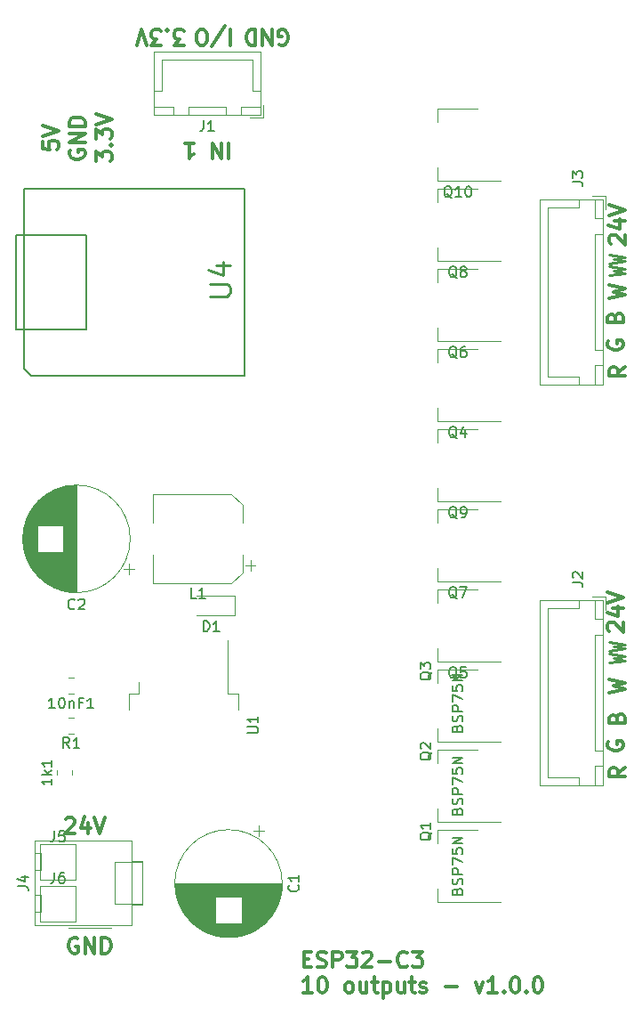
<source format=gbr>
%TF.GenerationSoftware,KiCad,Pcbnew,(6.0.6-0)*%
%TF.CreationDate,2024-07-06T11:12:15+02:00*%
%TF.ProjectId,10outputs,31306f75-7470-4757-9473-2e6b69636164,rev?*%
%TF.SameCoordinates,Original*%
%TF.FileFunction,Legend,Top*%
%TF.FilePolarity,Positive*%
%FSLAX46Y46*%
G04 Gerber Fmt 4.6, Leading zero omitted, Abs format (unit mm)*
G04 Created by KiCad (PCBNEW (6.0.6-0)) date 2024-07-06 11:12:15*
%MOMM*%
%LPD*%
G01*
G04 APERTURE LIST*
%ADD10C,0.250000*%
%ADD11C,0.300000*%
%ADD12C,0.150000*%
%ADD13C,0.120000*%
%ADD14C,0.127000*%
G04 APERTURE END LIST*
D10*
X146244571Y-93964000D02*
X147744571Y-93725904D01*
X146673142Y-93535428D01*
X147744571Y-93344952D01*
X146244571Y-93106857D01*
X146244571Y-92821142D02*
X147744571Y-92583047D01*
X146673142Y-92392571D01*
X147744571Y-92202095D01*
X146244571Y-91964000D01*
D11*
X94480285Y-108795428D02*
X94551714Y-108724000D01*
X94694571Y-108652571D01*
X95051714Y-108652571D01*
X95194571Y-108724000D01*
X95266000Y-108795428D01*
X95337428Y-108938285D01*
X95337428Y-109081142D01*
X95266000Y-109295428D01*
X94408857Y-110152571D01*
X95337428Y-110152571D01*
X96623142Y-109152571D02*
X96623142Y-110152571D01*
X96266000Y-108581142D02*
X95908857Y-109652571D01*
X96837428Y-109652571D01*
X97194571Y-108652571D02*
X97694571Y-110152571D01*
X98194571Y-108652571D01*
X147744571Y-65829714D02*
X147030285Y-66329714D01*
X147744571Y-66686857D02*
X146244571Y-66686857D01*
X146244571Y-66115428D01*
X146316000Y-65972571D01*
X146387428Y-65901142D01*
X146530285Y-65829714D01*
X146744571Y-65829714D01*
X146887428Y-65901142D01*
X146958857Y-65972571D01*
X147030285Y-66115428D01*
X147030285Y-66686857D01*
X146387428Y-54109714D02*
X146316000Y-54038285D01*
X146244571Y-53895428D01*
X146244571Y-53538285D01*
X146316000Y-53395428D01*
X146387428Y-53324000D01*
X146530285Y-53252571D01*
X146673142Y-53252571D01*
X146887428Y-53324000D01*
X147744571Y-54181142D01*
X147744571Y-53252571D01*
X146744571Y-51966857D02*
X147744571Y-51966857D01*
X146173142Y-52324000D02*
X147244571Y-52681142D01*
X147244571Y-51752571D01*
X146244571Y-51395428D02*
X147744571Y-50895428D01*
X146244571Y-50395428D01*
X92269571Y-44354714D02*
X92269571Y-45069000D01*
X92983857Y-45140428D01*
X92912428Y-45069000D01*
X92841000Y-44926142D01*
X92841000Y-44569000D01*
X92912428Y-44426142D01*
X92983857Y-44354714D01*
X93126714Y-44283285D01*
X93483857Y-44283285D01*
X93626714Y-44354714D01*
X93698142Y-44426142D01*
X93769571Y-44569000D01*
X93769571Y-44926142D01*
X93698142Y-45069000D01*
X93626714Y-45140428D01*
X92269571Y-43854714D02*
X93769571Y-43354714D01*
X92269571Y-42854714D01*
X97349571Y-46283285D02*
X97349571Y-45354714D01*
X97921000Y-45854714D01*
X97921000Y-45640428D01*
X97992428Y-45497571D01*
X98063857Y-45426142D01*
X98206714Y-45354714D01*
X98563857Y-45354714D01*
X98706714Y-45426142D01*
X98778142Y-45497571D01*
X98849571Y-45640428D01*
X98849571Y-46069000D01*
X98778142Y-46211857D01*
X98706714Y-46283285D01*
X98706714Y-44711857D02*
X98778142Y-44640428D01*
X98849571Y-44711857D01*
X98778142Y-44783285D01*
X98706714Y-44711857D01*
X98849571Y-44711857D01*
X97349571Y-44140428D02*
X97349571Y-43211857D01*
X97921000Y-43711857D01*
X97921000Y-43497571D01*
X97992428Y-43354714D01*
X98063857Y-43283285D01*
X98206714Y-43211857D01*
X98563857Y-43211857D01*
X98706714Y-43283285D01*
X98778142Y-43354714D01*
X98849571Y-43497571D01*
X98849571Y-43926142D01*
X98778142Y-44069000D01*
X98706714Y-44140428D01*
X97349571Y-42783285D02*
X98849571Y-42283285D01*
X97349571Y-41783285D01*
X110021428Y-44533428D02*
X110021428Y-46033428D01*
X109307142Y-44533428D02*
X109307142Y-46033428D01*
X108450000Y-44533428D01*
X108450000Y-46033428D01*
X105807142Y-44533428D02*
X106664285Y-44533428D01*
X106235714Y-44533428D02*
X106235714Y-46033428D01*
X106378571Y-45819142D01*
X106521428Y-45676285D01*
X106664285Y-45604857D01*
X146161000Y-63361142D02*
X146089571Y-63504000D01*
X146089571Y-63718285D01*
X146161000Y-63932571D01*
X146303857Y-64075428D01*
X146446714Y-64146857D01*
X146732428Y-64218285D01*
X146946714Y-64218285D01*
X147232428Y-64146857D01*
X147375285Y-64075428D01*
X147518142Y-63932571D01*
X147589571Y-63718285D01*
X147589571Y-63575428D01*
X147518142Y-63361142D01*
X147446714Y-63289714D01*
X146946714Y-63289714D01*
X146946714Y-63575428D01*
X146244571Y-96781857D02*
X147744571Y-96424714D01*
X146673142Y-96139000D01*
X147744571Y-95853285D01*
X146244571Y-95496142D01*
X146244571Y-59316857D02*
X147744571Y-58959714D01*
X146673142Y-58674000D01*
X147744571Y-58388285D01*
X146244571Y-58031142D01*
X146232428Y-90939714D02*
X146161000Y-90868285D01*
X146089571Y-90725428D01*
X146089571Y-90368285D01*
X146161000Y-90225428D01*
X146232428Y-90154000D01*
X146375285Y-90082571D01*
X146518142Y-90082571D01*
X146732428Y-90154000D01*
X147589571Y-91011142D01*
X147589571Y-90082571D01*
X146589571Y-88796857D02*
X147589571Y-88796857D01*
X146018142Y-89154000D02*
X147089571Y-89511142D01*
X147089571Y-88582571D01*
X146089571Y-88225428D02*
X147589571Y-87725428D01*
X146089571Y-87225428D01*
X147744571Y-103929714D02*
X147030285Y-104429714D01*
X147744571Y-104786857D02*
X146244571Y-104786857D01*
X146244571Y-104215428D01*
X146316000Y-104072571D01*
X146387428Y-104001142D01*
X146530285Y-103929714D01*
X146744571Y-103929714D01*
X146887428Y-104001142D01*
X146958857Y-104072571D01*
X147030285Y-104215428D01*
X147030285Y-104786857D01*
X95631142Y-120154000D02*
X95488285Y-120082571D01*
X95274000Y-120082571D01*
X95059714Y-120154000D01*
X94916857Y-120296857D01*
X94845428Y-120439714D01*
X94774000Y-120725428D01*
X94774000Y-120939714D01*
X94845428Y-121225428D01*
X94916857Y-121368285D01*
X95059714Y-121511142D01*
X95274000Y-121582571D01*
X95416857Y-121582571D01*
X95631142Y-121511142D01*
X95702571Y-121439714D01*
X95702571Y-120939714D01*
X95416857Y-120939714D01*
X96345428Y-121582571D02*
X96345428Y-120082571D01*
X97202571Y-121582571D01*
X97202571Y-120082571D01*
X97916857Y-121582571D02*
X97916857Y-120082571D01*
X98274000Y-120082571D01*
X98488285Y-120154000D01*
X98631142Y-120296857D01*
X98702571Y-120439714D01*
X98774000Y-120725428D01*
X98774000Y-120939714D01*
X98702571Y-121225428D01*
X98631142Y-121368285D01*
X98488285Y-121511142D01*
X98274000Y-121582571D01*
X97916857Y-121582571D01*
X110156428Y-33738428D02*
X110156428Y-35238428D01*
X108370714Y-35309857D02*
X109656428Y-33381285D01*
X107585000Y-35238428D02*
X107299285Y-35238428D01*
X107156428Y-35167000D01*
X107013571Y-35024142D01*
X106942142Y-34738428D01*
X106942142Y-34238428D01*
X107013571Y-33952714D01*
X107156428Y-33809857D01*
X107299285Y-33738428D01*
X107585000Y-33738428D01*
X107727857Y-33809857D01*
X107870714Y-33952714D01*
X107942142Y-34238428D01*
X107942142Y-34738428D01*
X107870714Y-35024142D01*
X107727857Y-35167000D01*
X107585000Y-35238428D01*
X105719285Y-35238428D02*
X104790714Y-35238428D01*
X105290714Y-34667000D01*
X105076428Y-34667000D01*
X104933571Y-34595571D01*
X104862142Y-34524142D01*
X104790714Y-34381285D01*
X104790714Y-34024142D01*
X104862142Y-33881285D01*
X104933571Y-33809857D01*
X105076428Y-33738428D01*
X105505000Y-33738428D01*
X105647857Y-33809857D01*
X105719285Y-33881285D01*
X104147857Y-33881285D02*
X104076428Y-33809857D01*
X104147857Y-33738428D01*
X104219285Y-33809857D01*
X104147857Y-33881285D01*
X104147857Y-33738428D01*
X103576428Y-35238428D02*
X102647857Y-35238428D01*
X103147857Y-34667000D01*
X102933571Y-34667000D01*
X102790714Y-34595571D01*
X102719285Y-34524142D01*
X102647857Y-34381285D01*
X102647857Y-34024142D01*
X102719285Y-33881285D01*
X102790714Y-33809857D01*
X102933571Y-33738428D01*
X103362142Y-33738428D01*
X103505000Y-33809857D01*
X103576428Y-33881285D01*
X102219285Y-35238428D02*
X101719285Y-33738428D01*
X101219285Y-35238428D01*
X114807857Y-35167000D02*
X114950714Y-35238428D01*
X115165000Y-35238428D01*
X115379285Y-35167000D01*
X115522142Y-35024142D01*
X115593571Y-34881285D01*
X115665000Y-34595571D01*
X115665000Y-34381285D01*
X115593571Y-34095571D01*
X115522142Y-33952714D01*
X115379285Y-33809857D01*
X115165000Y-33738428D01*
X115022142Y-33738428D01*
X114807857Y-33809857D01*
X114736428Y-33881285D01*
X114736428Y-34381285D01*
X115022142Y-34381285D01*
X114093571Y-33738428D02*
X114093571Y-35238428D01*
X113236428Y-33738428D01*
X113236428Y-35238428D01*
X112522142Y-33738428D02*
X112522142Y-35238428D01*
X112165000Y-35238428D01*
X111950714Y-35167000D01*
X111807857Y-35024142D01*
X111736428Y-34881285D01*
X111665000Y-34595571D01*
X111665000Y-34381285D01*
X111736428Y-34095571D01*
X111807857Y-33952714D01*
X111950714Y-33809857D01*
X112165000Y-33738428D01*
X112522142Y-33738428D01*
D10*
X146244571Y-57134000D02*
X147744571Y-56895904D01*
X146673142Y-56705428D01*
X147744571Y-56514952D01*
X146244571Y-56276857D01*
X146244571Y-55991142D02*
X147744571Y-55753047D01*
X146673142Y-55562571D01*
X147744571Y-55372095D01*
X146244571Y-55134000D01*
D11*
X94881000Y-45211857D02*
X94809571Y-45354714D01*
X94809571Y-45569000D01*
X94881000Y-45783285D01*
X95023857Y-45926142D01*
X95166714Y-45997571D01*
X95452428Y-46069000D01*
X95666714Y-46069000D01*
X95952428Y-45997571D01*
X96095285Y-45926142D01*
X96238142Y-45783285D01*
X96309571Y-45569000D01*
X96309571Y-45426142D01*
X96238142Y-45211857D01*
X96166714Y-45140428D01*
X95666714Y-45140428D01*
X95666714Y-45426142D01*
X96309571Y-44497571D02*
X94809571Y-44497571D01*
X96309571Y-43640428D01*
X94809571Y-43640428D01*
X96309571Y-42926142D02*
X94809571Y-42926142D01*
X94809571Y-42569000D01*
X94881000Y-42354714D01*
X95023857Y-42211857D01*
X95166714Y-42140428D01*
X95452428Y-42069000D01*
X95666714Y-42069000D01*
X95952428Y-42140428D01*
X96095285Y-42211857D01*
X96238142Y-42354714D01*
X96309571Y-42569000D01*
X96309571Y-42926142D01*
X117138142Y-122129357D02*
X117638142Y-122129357D01*
X117852428Y-122915071D02*
X117138142Y-122915071D01*
X117138142Y-121415071D01*
X117852428Y-121415071D01*
X118423857Y-122843642D02*
X118638142Y-122915071D01*
X118995285Y-122915071D01*
X119138142Y-122843642D01*
X119209571Y-122772214D01*
X119281000Y-122629357D01*
X119281000Y-122486500D01*
X119209571Y-122343642D01*
X119138142Y-122272214D01*
X118995285Y-122200785D01*
X118709571Y-122129357D01*
X118566714Y-122057928D01*
X118495285Y-121986500D01*
X118423857Y-121843642D01*
X118423857Y-121700785D01*
X118495285Y-121557928D01*
X118566714Y-121486500D01*
X118709571Y-121415071D01*
X119066714Y-121415071D01*
X119281000Y-121486500D01*
X119923857Y-122915071D02*
X119923857Y-121415071D01*
X120495285Y-121415071D01*
X120638142Y-121486500D01*
X120709571Y-121557928D01*
X120781000Y-121700785D01*
X120781000Y-121915071D01*
X120709571Y-122057928D01*
X120638142Y-122129357D01*
X120495285Y-122200785D01*
X119923857Y-122200785D01*
X121281000Y-121415071D02*
X122209571Y-121415071D01*
X121709571Y-121986500D01*
X121923857Y-121986500D01*
X122066714Y-122057928D01*
X122138142Y-122129357D01*
X122209571Y-122272214D01*
X122209571Y-122629357D01*
X122138142Y-122772214D01*
X122066714Y-122843642D01*
X121923857Y-122915071D01*
X121495285Y-122915071D01*
X121352428Y-122843642D01*
X121281000Y-122772214D01*
X122781000Y-121557928D02*
X122852428Y-121486500D01*
X122995285Y-121415071D01*
X123352428Y-121415071D01*
X123495285Y-121486500D01*
X123566714Y-121557928D01*
X123638142Y-121700785D01*
X123638142Y-121843642D01*
X123566714Y-122057928D01*
X122709571Y-122915071D01*
X123638142Y-122915071D01*
X124281000Y-122343642D02*
X125423857Y-122343642D01*
X126995285Y-122772214D02*
X126923857Y-122843642D01*
X126709571Y-122915071D01*
X126566714Y-122915071D01*
X126352428Y-122843642D01*
X126209571Y-122700785D01*
X126138142Y-122557928D01*
X126066714Y-122272214D01*
X126066714Y-122057928D01*
X126138142Y-121772214D01*
X126209571Y-121629357D01*
X126352428Y-121486500D01*
X126566714Y-121415071D01*
X126709571Y-121415071D01*
X126923857Y-121486500D01*
X126995285Y-121557928D01*
X127495285Y-121415071D02*
X128423857Y-121415071D01*
X127923857Y-121986500D01*
X128138142Y-121986500D01*
X128281000Y-122057928D01*
X128352428Y-122129357D01*
X128423857Y-122272214D01*
X128423857Y-122629357D01*
X128352428Y-122772214D01*
X128281000Y-122843642D01*
X128138142Y-122915071D01*
X127709571Y-122915071D01*
X127566714Y-122843642D01*
X127495285Y-122772214D01*
X117923857Y-125330071D02*
X117066714Y-125330071D01*
X117495285Y-125330071D02*
X117495285Y-123830071D01*
X117352428Y-124044357D01*
X117209571Y-124187214D01*
X117066714Y-124258642D01*
X118852428Y-123830071D02*
X118995285Y-123830071D01*
X119138142Y-123901500D01*
X119209571Y-123972928D01*
X119281000Y-124115785D01*
X119352428Y-124401500D01*
X119352428Y-124758642D01*
X119281000Y-125044357D01*
X119209571Y-125187214D01*
X119138142Y-125258642D01*
X118995285Y-125330071D01*
X118852428Y-125330071D01*
X118709571Y-125258642D01*
X118638142Y-125187214D01*
X118566714Y-125044357D01*
X118495285Y-124758642D01*
X118495285Y-124401500D01*
X118566714Y-124115785D01*
X118638142Y-123972928D01*
X118709571Y-123901500D01*
X118852428Y-123830071D01*
X121352428Y-125330071D02*
X121209571Y-125258642D01*
X121138142Y-125187214D01*
X121066714Y-125044357D01*
X121066714Y-124615785D01*
X121138142Y-124472928D01*
X121209571Y-124401500D01*
X121352428Y-124330071D01*
X121566714Y-124330071D01*
X121709571Y-124401500D01*
X121781000Y-124472928D01*
X121852428Y-124615785D01*
X121852428Y-125044357D01*
X121781000Y-125187214D01*
X121709571Y-125258642D01*
X121566714Y-125330071D01*
X121352428Y-125330071D01*
X123138142Y-124330071D02*
X123138142Y-125330071D01*
X122495285Y-124330071D02*
X122495285Y-125115785D01*
X122566714Y-125258642D01*
X122709571Y-125330071D01*
X122923857Y-125330071D01*
X123066714Y-125258642D01*
X123138142Y-125187214D01*
X123638142Y-124330071D02*
X124209571Y-124330071D01*
X123852428Y-123830071D02*
X123852428Y-125115785D01*
X123923857Y-125258642D01*
X124066714Y-125330071D01*
X124209571Y-125330071D01*
X124709571Y-124330071D02*
X124709571Y-125830071D01*
X124709571Y-124401500D02*
X124852428Y-124330071D01*
X125138142Y-124330071D01*
X125281000Y-124401500D01*
X125352428Y-124472928D01*
X125423857Y-124615785D01*
X125423857Y-125044357D01*
X125352428Y-125187214D01*
X125281000Y-125258642D01*
X125138142Y-125330071D01*
X124852428Y-125330071D01*
X124709571Y-125258642D01*
X126709571Y-124330071D02*
X126709571Y-125330071D01*
X126066714Y-124330071D02*
X126066714Y-125115785D01*
X126138142Y-125258642D01*
X126281000Y-125330071D01*
X126495285Y-125330071D01*
X126638142Y-125258642D01*
X126709571Y-125187214D01*
X127209571Y-124330071D02*
X127781000Y-124330071D01*
X127423857Y-123830071D02*
X127423857Y-125115785D01*
X127495285Y-125258642D01*
X127638142Y-125330071D01*
X127781000Y-125330071D01*
X128209571Y-125258642D02*
X128352428Y-125330071D01*
X128638142Y-125330071D01*
X128781000Y-125258642D01*
X128852428Y-125115785D01*
X128852428Y-125044357D01*
X128781000Y-124901500D01*
X128638142Y-124830071D01*
X128423857Y-124830071D01*
X128281000Y-124758642D01*
X128209571Y-124615785D01*
X128209571Y-124544357D01*
X128281000Y-124401500D01*
X128423857Y-124330071D01*
X128638142Y-124330071D01*
X128781000Y-124401500D01*
X130638142Y-124758642D02*
X131781000Y-124758642D01*
X133495285Y-124330071D02*
X133852428Y-125330071D01*
X134209571Y-124330071D01*
X135566714Y-125330071D02*
X134709571Y-125330071D01*
X135138142Y-125330071D02*
X135138142Y-123830071D01*
X134995285Y-124044357D01*
X134852428Y-124187214D01*
X134709571Y-124258642D01*
X136209571Y-125187214D02*
X136281000Y-125258642D01*
X136209571Y-125330071D01*
X136138142Y-125258642D01*
X136209571Y-125187214D01*
X136209571Y-125330071D01*
X137209571Y-123830071D02*
X137352428Y-123830071D01*
X137495285Y-123901500D01*
X137566714Y-123972928D01*
X137638142Y-124115785D01*
X137709571Y-124401500D01*
X137709571Y-124758642D01*
X137638142Y-125044357D01*
X137566714Y-125187214D01*
X137495285Y-125258642D01*
X137352428Y-125330071D01*
X137209571Y-125330071D01*
X137066714Y-125258642D01*
X136995285Y-125187214D01*
X136923857Y-125044357D01*
X136852428Y-124758642D01*
X136852428Y-124401500D01*
X136923857Y-124115785D01*
X136995285Y-123972928D01*
X137066714Y-123901500D01*
X137209571Y-123830071D01*
X138352428Y-125187214D02*
X138423857Y-125258642D01*
X138352428Y-125330071D01*
X138281000Y-125258642D01*
X138352428Y-125187214D01*
X138352428Y-125330071D01*
X139352428Y-123830071D02*
X139495285Y-123830071D01*
X139638142Y-123901500D01*
X139709571Y-123972928D01*
X139781000Y-124115785D01*
X139852428Y-124401500D01*
X139852428Y-124758642D01*
X139781000Y-125044357D01*
X139709571Y-125187214D01*
X139638142Y-125258642D01*
X139495285Y-125330071D01*
X139352428Y-125330071D01*
X139209571Y-125258642D01*
X139138142Y-125187214D01*
X139066714Y-125044357D01*
X138995285Y-124758642D01*
X138995285Y-124401500D01*
X139066714Y-124115785D01*
X139138142Y-123972928D01*
X139209571Y-123901500D01*
X139352428Y-123830071D01*
X146958857Y-99206857D02*
X147030285Y-98992571D01*
X147101714Y-98921142D01*
X147244571Y-98849714D01*
X147458857Y-98849714D01*
X147601714Y-98921142D01*
X147673142Y-98992571D01*
X147744571Y-99135428D01*
X147744571Y-99706857D01*
X146244571Y-99706857D01*
X146244571Y-99206857D01*
X146316000Y-99064000D01*
X146387428Y-98992571D01*
X146530285Y-98921142D01*
X146673142Y-98921142D01*
X146816000Y-98992571D01*
X146887428Y-99064000D01*
X146958857Y-99206857D01*
X146958857Y-99706857D01*
X146161000Y-101461142D02*
X146089571Y-101604000D01*
X146089571Y-101818285D01*
X146161000Y-102032571D01*
X146303857Y-102175428D01*
X146446714Y-102246857D01*
X146732428Y-102318285D01*
X146946714Y-102318285D01*
X147232428Y-102246857D01*
X147375285Y-102175428D01*
X147518142Y-102032571D01*
X147589571Y-101818285D01*
X147589571Y-101675428D01*
X147518142Y-101461142D01*
X147446714Y-101389714D01*
X146946714Y-101389714D01*
X146946714Y-101675428D01*
X146803857Y-61106857D02*
X146875285Y-60892571D01*
X146946714Y-60821142D01*
X147089571Y-60749714D01*
X147303857Y-60749714D01*
X147446714Y-60821142D01*
X147518142Y-60892571D01*
X147589571Y-61035428D01*
X147589571Y-61606857D01*
X146089571Y-61606857D01*
X146089571Y-61106857D01*
X146161000Y-60964000D01*
X146232428Y-60892571D01*
X146375285Y-60821142D01*
X146518142Y-60821142D01*
X146661000Y-60892571D01*
X146732428Y-60964000D01*
X146803857Y-61106857D01*
X146803857Y-61606857D01*
D12*
%TO.C,J1*%
X107616666Y-42389380D02*
X107616666Y-43103666D01*
X107569047Y-43246523D01*
X107473809Y-43341761D01*
X107330952Y-43389380D01*
X107235714Y-43389380D01*
X108616666Y-43389380D02*
X108045238Y-43389380D01*
X108330952Y-43389380D02*
X108330952Y-42389380D01*
X108235714Y-42532238D01*
X108140476Y-42627476D01*
X108045238Y-42675095D01*
%TO.C,Q7*%
X131730761Y-87851619D02*
X131635523Y-87804000D01*
X131540285Y-87708761D01*
X131397428Y-87565904D01*
X131302190Y-87518285D01*
X131206952Y-87518285D01*
X131254571Y-87756380D02*
X131159333Y-87708761D01*
X131064095Y-87613523D01*
X131016476Y-87423047D01*
X131016476Y-87089714D01*
X131064095Y-86899238D01*
X131159333Y-86804000D01*
X131254571Y-86756380D01*
X131445047Y-86756380D01*
X131540285Y-86804000D01*
X131635523Y-86899238D01*
X131683142Y-87089714D01*
X131683142Y-87423047D01*
X131635523Y-87613523D01*
X131540285Y-87708761D01*
X131445047Y-87756380D01*
X131254571Y-87756380D01*
X132016476Y-86756380D02*
X132683142Y-86756380D01*
X132254571Y-87756380D01*
%TO.C,J6*%
X93392666Y-113894380D02*
X93392666Y-114608666D01*
X93345047Y-114751523D01*
X93249809Y-114846761D01*
X93106952Y-114894380D01*
X93011714Y-114894380D01*
X94297428Y-113894380D02*
X94106952Y-113894380D01*
X94011714Y-113942000D01*
X93964095Y-113989619D01*
X93868857Y-114132476D01*
X93821238Y-114322952D01*
X93821238Y-114703904D01*
X93868857Y-114799142D01*
X93916476Y-114846761D01*
X94011714Y-114894380D01*
X94202190Y-114894380D01*
X94297428Y-114846761D01*
X94345047Y-114799142D01*
X94392666Y-114703904D01*
X94392666Y-114465809D01*
X94345047Y-114370571D01*
X94297428Y-114322952D01*
X94202190Y-114275333D01*
X94011714Y-114275333D01*
X93916476Y-114322952D01*
X93868857Y-114370571D01*
X93821238Y-114465809D01*
%TO.C,Q9*%
X131730761Y-80231619D02*
X131635523Y-80184000D01*
X131540285Y-80088761D01*
X131397428Y-79945904D01*
X131302190Y-79898285D01*
X131206952Y-79898285D01*
X131254571Y-80136380D02*
X131159333Y-80088761D01*
X131064095Y-79993523D01*
X131016476Y-79803047D01*
X131016476Y-79469714D01*
X131064095Y-79279238D01*
X131159333Y-79184000D01*
X131254571Y-79136380D01*
X131445047Y-79136380D01*
X131540285Y-79184000D01*
X131635523Y-79279238D01*
X131683142Y-79469714D01*
X131683142Y-79803047D01*
X131635523Y-79993523D01*
X131540285Y-80088761D01*
X131445047Y-80136380D01*
X131254571Y-80136380D01*
X132159333Y-80136380D02*
X132349809Y-80136380D01*
X132445047Y-80088761D01*
X132492666Y-80041142D01*
X132587904Y-79898285D01*
X132635523Y-79707809D01*
X132635523Y-79326857D01*
X132587904Y-79231619D01*
X132540285Y-79184000D01*
X132445047Y-79136380D01*
X132254571Y-79136380D01*
X132159333Y-79184000D01*
X132111714Y-79231619D01*
X132064095Y-79326857D01*
X132064095Y-79564952D01*
X132111714Y-79660190D01*
X132159333Y-79707809D01*
X132254571Y-79755428D01*
X132445047Y-79755428D01*
X132540285Y-79707809D01*
X132587904Y-79660190D01*
X132635523Y-79564952D01*
%TO.C,R1*%
X94829333Y-102051380D02*
X94496000Y-101575190D01*
X94257904Y-102051380D02*
X94257904Y-101051380D01*
X94638857Y-101051380D01*
X94734095Y-101099000D01*
X94781714Y-101146619D01*
X94829333Y-101241857D01*
X94829333Y-101384714D01*
X94781714Y-101479952D01*
X94734095Y-101527571D01*
X94638857Y-101575190D01*
X94257904Y-101575190D01*
X95781714Y-102051380D02*
X95210285Y-102051380D01*
X95496000Y-102051380D02*
X95496000Y-101051380D01*
X95400761Y-101194238D01*
X95305523Y-101289476D01*
X95210285Y-101337095D01*
D10*
%TO.C,U4*%
X108168587Y-59089809D02*
X109787635Y-59089809D01*
X109978111Y-58994571D01*
X110073349Y-58899333D01*
X110168587Y-58708857D01*
X110168587Y-58327904D01*
X110073349Y-58137428D01*
X109978111Y-58042190D01*
X109787635Y-57946952D01*
X108168587Y-57946952D01*
X108835254Y-56137428D02*
X110168587Y-56137428D01*
X108073349Y-56613619D02*
X109501921Y-57089809D01*
X109501921Y-55851714D01*
D12*
%TO.C,J4*%
X89916380Y-115193333D02*
X90630666Y-115193333D01*
X90773523Y-115240952D01*
X90868761Y-115336190D01*
X90916380Y-115479047D01*
X90916380Y-115574285D01*
X90249714Y-114288571D02*
X90916380Y-114288571D01*
X89868761Y-114526666D02*
X90583047Y-114764761D01*
X90583047Y-114145714D01*
%TO.C,1k1*%
X93163380Y-104989238D02*
X93163380Y-105560666D01*
X93163380Y-105274952D02*
X92163380Y-105274952D01*
X92306238Y-105370190D01*
X92401476Y-105465428D01*
X92449095Y-105560666D01*
X93163380Y-104560666D02*
X92163380Y-104560666D01*
X92782428Y-104465428D02*
X93163380Y-104179714D01*
X92496714Y-104179714D02*
X92877666Y-104560666D01*
X93163380Y-103227333D02*
X93163380Y-103798761D01*
X93163380Y-103513047D02*
X92163380Y-103513047D01*
X92306238Y-103608285D01*
X92401476Y-103703523D01*
X92449095Y-103798761D01*
%TO.C,Q5*%
X131730761Y-95471619D02*
X131635523Y-95424000D01*
X131540285Y-95328761D01*
X131397428Y-95185904D01*
X131302190Y-95138285D01*
X131206952Y-95138285D01*
X131254571Y-95376380D02*
X131159333Y-95328761D01*
X131064095Y-95233523D01*
X131016476Y-95043047D01*
X131016476Y-94709714D01*
X131064095Y-94519238D01*
X131159333Y-94424000D01*
X131254571Y-94376380D01*
X131445047Y-94376380D01*
X131540285Y-94424000D01*
X131635523Y-94519238D01*
X131683142Y-94709714D01*
X131683142Y-95043047D01*
X131635523Y-95233523D01*
X131540285Y-95328761D01*
X131445047Y-95376380D01*
X131254571Y-95376380D01*
X132587904Y-94376380D02*
X132111714Y-94376380D01*
X132064095Y-94852571D01*
X132111714Y-94804952D01*
X132206952Y-94757333D01*
X132445047Y-94757333D01*
X132540285Y-94804952D01*
X132587904Y-94852571D01*
X132635523Y-94947809D01*
X132635523Y-95185904D01*
X132587904Y-95281142D01*
X132540285Y-95328761D01*
X132445047Y-95376380D01*
X132206952Y-95376380D01*
X132111714Y-95328761D01*
X132064095Y-95281142D01*
%TO.C,Q3*%
X129325619Y-94837238D02*
X129278000Y-94932476D01*
X129182761Y-95027714D01*
X129039904Y-95170571D01*
X128992285Y-95265809D01*
X128992285Y-95361047D01*
X129230380Y-95313428D02*
X129182761Y-95408666D01*
X129087523Y-95503904D01*
X128897047Y-95551523D01*
X128563714Y-95551523D01*
X128373238Y-95503904D01*
X128278000Y-95408666D01*
X128230380Y-95313428D01*
X128230380Y-95122952D01*
X128278000Y-95027714D01*
X128373238Y-94932476D01*
X128563714Y-94884857D01*
X128897047Y-94884857D01*
X129087523Y-94932476D01*
X129182761Y-95027714D01*
X129230380Y-95122952D01*
X129230380Y-95313428D01*
X128230380Y-94551523D02*
X128230380Y-93932476D01*
X128611333Y-94265809D01*
X128611333Y-94122952D01*
X128658952Y-94027714D01*
X128706571Y-93980095D01*
X128801809Y-93932476D01*
X129039904Y-93932476D01*
X129135142Y-93980095D01*
X129182761Y-94027714D01*
X129230380Y-94122952D01*
X129230380Y-94408666D01*
X129182761Y-94503904D01*
X129135142Y-94551523D01*
X131754571Y-100170952D02*
X131802190Y-100028095D01*
X131849809Y-99980476D01*
X131945047Y-99932857D01*
X132087904Y-99932857D01*
X132183142Y-99980476D01*
X132230761Y-100028095D01*
X132278380Y-100123333D01*
X132278380Y-100504285D01*
X131278380Y-100504285D01*
X131278380Y-100170952D01*
X131326000Y-100075714D01*
X131373619Y-100028095D01*
X131468857Y-99980476D01*
X131564095Y-99980476D01*
X131659333Y-100028095D01*
X131706952Y-100075714D01*
X131754571Y-100170952D01*
X131754571Y-100504285D01*
X132230761Y-99551904D02*
X132278380Y-99409047D01*
X132278380Y-99170952D01*
X132230761Y-99075714D01*
X132183142Y-99028095D01*
X132087904Y-98980476D01*
X131992666Y-98980476D01*
X131897428Y-99028095D01*
X131849809Y-99075714D01*
X131802190Y-99170952D01*
X131754571Y-99361428D01*
X131706952Y-99456666D01*
X131659333Y-99504285D01*
X131564095Y-99551904D01*
X131468857Y-99551904D01*
X131373619Y-99504285D01*
X131326000Y-99456666D01*
X131278380Y-99361428D01*
X131278380Y-99123333D01*
X131326000Y-98980476D01*
X132278380Y-98551904D02*
X131278380Y-98551904D01*
X131278380Y-98170952D01*
X131326000Y-98075714D01*
X131373619Y-98028095D01*
X131468857Y-97980476D01*
X131611714Y-97980476D01*
X131706952Y-98028095D01*
X131754571Y-98075714D01*
X131802190Y-98170952D01*
X131802190Y-98551904D01*
X131278380Y-97647142D02*
X131278380Y-96980476D01*
X132278380Y-97409047D01*
X131278380Y-96123333D02*
X131278380Y-96599523D01*
X131754571Y-96647142D01*
X131706952Y-96599523D01*
X131659333Y-96504285D01*
X131659333Y-96266190D01*
X131706952Y-96170952D01*
X131754571Y-96123333D01*
X131849809Y-96075714D01*
X132087904Y-96075714D01*
X132183142Y-96123333D01*
X132230761Y-96170952D01*
X132278380Y-96266190D01*
X132278380Y-96504285D01*
X132230761Y-96599523D01*
X132183142Y-96647142D01*
X132278380Y-95647142D02*
X131278380Y-95647142D01*
X132278380Y-95075714D01*
X131278380Y-95075714D01*
%TO.C,Q10*%
X131254571Y-49751619D02*
X131159333Y-49704000D01*
X131064095Y-49608761D01*
X130921238Y-49465904D01*
X130826000Y-49418285D01*
X130730761Y-49418285D01*
X130778380Y-49656380D02*
X130683142Y-49608761D01*
X130587904Y-49513523D01*
X130540285Y-49323047D01*
X130540285Y-48989714D01*
X130587904Y-48799238D01*
X130683142Y-48704000D01*
X130778380Y-48656380D01*
X130968857Y-48656380D01*
X131064095Y-48704000D01*
X131159333Y-48799238D01*
X131206952Y-48989714D01*
X131206952Y-49323047D01*
X131159333Y-49513523D01*
X131064095Y-49608761D01*
X130968857Y-49656380D01*
X130778380Y-49656380D01*
X132159333Y-49656380D02*
X131587904Y-49656380D01*
X131873619Y-49656380D02*
X131873619Y-48656380D01*
X131778380Y-48799238D01*
X131683142Y-48894476D01*
X131587904Y-48942095D01*
X132778380Y-48656380D02*
X132873619Y-48656380D01*
X132968857Y-48704000D01*
X133016476Y-48751619D01*
X133064095Y-48846857D01*
X133111714Y-49037333D01*
X133111714Y-49275428D01*
X133064095Y-49465904D01*
X133016476Y-49561142D01*
X132968857Y-49608761D01*
X132873619Y-49656380D01*
X132778380Y-49656380D01*
X132683142Y-49608761D01*
X132635523Y-49561142D01*
X132587904Y-49465904D01*
X132540285Y-49275428D01*
X132540285Y-49037333D01*
X132587904Y-48846857D01*
X132635523Y-48751619D01*
X132683142Y-48704000D01*
X132778380Y-48656380D01*
%TO.C,C1*%
X116589142Y-115106989D02*
X116636761Y-115154608D01*
X116684380Y-115297465D01*
X116684380Y-115392703D01*
X116636761Y-115535561D01*
X116541523Y-115630799D01*
X116446285Y-115678418D01*
X116255809Y-115726037D01*
X116112952Y-115726037D01*
X115922476Y-115678418D01*
X115827238Y-115630799D01*
X115732000Y-115535561D01*
X115684380Y-115392703D01*
X115684380Y-115297465D01*
X115732000Y-115154608D01*
X115779619Y-115106989D01*
X116684380Y-114154608D02*
X116684380Y-114726037D01*
X116684380Y-114440323D02*
X115684380Y-114440323D01*
X115827238Y-114535561D01*
X115922476Y-114630799D01*
X115970095Y-114726037D01*
%TO.C,J3*%
X142708380Y-48212333D02*
X143422666Y-48212333D01*
X143565523Y-48259952D01*
X143660761Y-48355190D01*
X143708380Y-48498047D01*
X143708380Y-48593285D01*
X142708380Y-47831380D02*
X142708380Y-47212333D01*
X143089333Y-47545666D01*
X143089333Y-47402809D01*
X143136952Y-47307571D01*
X143184571Y-47259952D01*
X143279809Y-47212333D01*
X143517904Y-47212333D01*
X143613142Y-47259952D01*
X143660761Y-47307571D01*
X143708380Y-47402809D01*
X143708380Y-47688523D01*
X143660761Y-47783761D01*
X143613142Y-47831380D01*
%TO.C,Q2*%
X129325619Y-102457238D02*
X129278000Y-102552476D01*
X129182761Y-102647714D01*
X129039904Y-102790571D01*
X128992285Y-102885809D01*
X128992285Y-102981047D01*
X129230380Y-102933428D02*
X129182761Y-103028666D01*
X129087523Y-103123904D01*
X128897047Y-103171523D01*
X128563714Y-103171523D01*
X128373238Y-103123904D01*
X128278000Y-103028666D01*
X128230380Y-102933428D01*
X128230380Y-102742952D01*
X128278000Y-102647714D01*
X128373238Y-102552476D01*
X128563714Y-102504857D01*
X128897047Y-102504857D01*
X129087523Y-102552476D01*
X129182761Y-102647714D01*
X129230380Y-102742952D01*
X129230380Y-102933428D01*
X128325619Y-102123904D02*
X128278000Y-102076285D01*
X128230380Y-101981047D01*
X128230380Y-101742952D01*
X128278000Y-101647714D01*
X128325619Y-101600095D01*
X128420857Y-101552476D01*
X128516095Y-101552476D01*
X128658952Y-101600095D01*
X129230380Y-102171523D01*
X129230380Y-101552476D01*
X131754571Y-108044952D02*
X131802190Y-107902095D01*
X131849809Y-107854476D01*
X131945047Y-107806857D01*
X132087904Y-107806857D01*
X132183142Y-107854476D01*
X132230761Y-107902095D01*
X132278380Y-107997333D01*
X132278380Y-108378285D01*
X131278380Y-108378285D01*
X131278380Y-108044952D01*
X131326000Y-107949714D01*
X131373619Y-107902095D01*
X131468857Y-107854476D01*
X131564095Y-107854476D01*
X131659333Y-107902095D01*
X131706952Y-107949714D01*
X131754571Y-108044952D01*
X131754571Y-108378285D01*
X132230761Y-107425904D02*
X132278380Y-107283047D01*
X132278380Y-107044952D01*
X132230761Y-106949714D01*
X132183142Y-106902095D01*
X132087904Y-106854476D01*
X131992666Y-106854476D01*
X131897428Y-106902095D01*
X131849809Y-106949714D01*
X131802190Y-107044952D01*
X131754571Y-107235428D01*
X131706952Y-107330666D01*
X131659333Y-107378285D01*
X131564095Y-107425904D01*
X131468857Y-107425904D01*
X131373619Y-107378285D01*
X131326000Y-107330666D01*
X131278380Y-107235428D01*
X131278380Y-106997333D01*
X131326000Y-106854476D01*
X132278380Y-106425904D02*
X131278380Y-106425904D01*
X131278380Y-106044952D01*
X131326000Y-105949714D01*
X131373619Y-105902095D01*
X131468857Y-105854476D01*
X131611714Y-105854476D01*
X131706952Y-105902095D01*
X131754571Y-105949714D01*
X131802190Y-106044952D01*
X131802190Y-106425904D01*
X131278380Y-105521142D02*
X131278380Y-104854476D01*
X132278380Y-105283047D01*
X131278380Y-103997333D02*
X131278380Y-104473523D01*
X131754571Y-104521142D01*
X131706952Y-104473523D01*
X131659333Y-104378285D01*
X131659333Y-104140190D01*
X131706952Y-104044952D01*
X131754571Y-103997333D01*
X131849809Y-103949714D01*
X132087904Y-103949714D01*
X132183142Y-103997333D01*
X132230761Y-104044952D01*
X132278380Y-104140190D01*
X132278380Y-104378285D01*
X132230761Y-104473523D01*
X132183142Y-104521142D01*
X132278380Y-103521142D02*
X131278380Y-103521142D01*
X132278380Y-102949714D01*
X131278380Y-102949714D01*
%TO.C,10nF1*%
X93448380Y-98271380D02*
X92876952Y-98271380D01*
X93162666Y-98271380D02*
X93162666Y-97271380D01*
X93067428Y-97414238D01*
X92972190Y-97509476D01*
X92876952Y-97557095D01*
X94067428Y-97271380D02*
X94162666Y-97271380D01*
X94257904Y-97319000D01*
X94305523Y-97366619D01*
X94353142Y-97461857D01*
X94400761Y-97652333D01*
X94400761Y-97890428D01*
X94353142Y-98080904D01*
X94305523Y-98176142D01*
X94257904Y-98223761D01*
X94162666Y-98271380D01*
X94067428Y-98271380D01*
X93972190Y-98223761D01*
X93924571Y-98176142D01*
X93876952Y-98080904D01*
X93829333Y-97890428D01*
X93829333Y-97652333D01*
X93876952Y-97461857D01*
X93924571Y-97366619D01*
X93972190Y-97319000D01*
X94067428Y-97271380D01*
X94829333Y-97604714D02*
X94829333Y-98271380D01*
X94829333Y-97699952D02*
X94876952Y-97652333D01*
X94972190Y-97604714D01*
X95115047Y-97604714D01*
X95210285Y-97652333D01*
X95257904Y-97747571D01*
X95257904Y-98271380D01*
X96067428Y-97747571D02*
X95734095Y-97747571D01*
X95734095Y-98271380D02*
X95734095Y-97271380D01*
X96210285Y-97271380D01*
X97115047Y-98271380D02*
X96543619Y-98271380D01*
X96829333Y-98271380D02*
X96829333Y-97271380D01*
X96734095Y-97414238D01*
X96638857Y-97509476D01*
X96543619Y-97557095D01*
%TO.C,U1*%
X111785380Y-100625904D02*
X112594904Y-100625904D01*
X112690142Y-100578285D01*
X112737761Y-100530666D01*
X112785380Y-100435428D01*
X112785380Y-100244952D01*
X112737761Y-100149714D01*
X112690142Y-100102095D01*
X112594904Y-100054476D01*
X111785380Y-100054476D01*
X112785380Y-99054476D02*
X112785380Y-99625904D01*
X112785380Y-99340190D02*
X111785380Y-99340190D01*
X111928238Y-99435428D01*
X112023476Y-99530666D01*
X112071095Y-99625904D01*
%TO.C,C2*%
X95332010Y-88776142D02*
X95284391Y-88823761D01*
X95141534Y-88871380D01*
X95046296Y-88871380D01*
X94903438Y-88823761D01*
X94808200Y-88728523D01*
X94760581Y-88633285D01*
X94712962Y-88442809D01*
X94712962Y-88299952D01*
X94760581Y-88109476D01*
X94808200Y-88014238D01*
X94903438Y-87919000D01*
X95046296Y-87871380D01*
X95141534Y-87871380D01*
X95284391Y-87919000D01*
X95332010Y-87966619D01*
X95712962Y-87966619D02*
X95760581Y-87919000D01*
X95855819Y-87871380D01*
X96093915Y-87871380D01*
X96189153Y-87919000D01*
X96236772Y-87966619D01*
X96284391Y-88061857D01*
X96284391Y-88157095D01*
X96236772Y-88299952D01*
X95665343Y-88871380D01*
X96284391Y-88871380D01*
%TO.C,Q1*%
X129325619Y-110077238D02*
X129278000Y-110172476D01*
X129182761Y-110267714D01*
X129039904Y-110410571D01*
X128992285Y-110505809D01*
X128992285Y-110601047D01*
X129230380Y-110553428D02*
X129182761Y-110648666D01*
X129087523Y-110743904D01*
X128897047Y-110791523D01*
X128563714Y-110791523D01*
X128373238Y-110743904D01*
X128278000Y-110648666D01*
X128230380Y-110553428D01*
X128230380Y-110362952D01*
X128278000Y-110267714D01*
X128373238Y-110172476D01*
X128563714Y-110124857D01*
X128897047Y-110124857D01*
X129087523Y-110172476D01*
X129182761Y-110267714D01*
X129230380Y-110362952D01*
X129230380Y-110553428D01*
X129230380Y-109172476D02*
X129230380Y-109743904D01*
X129230380Y-109458190D02*
X128230380Y-109458190D01*
X128373238Y-109553428D01*
X128468476Y-109648666D01*
X128516095Y-109743904D01*
X131754571Y-115664952D02*
X131802190Y-115522095D01*
X131849809Y-115474476D01*
X131945047Y-115426857D01*
X132087904Y-115426857D01*
X132183142Y-115474476D01*
X132230761Y-115522095D01*
X132278380Y-115617333D01*
X132278380Y-115998285D01*
X131278380Y-115998285D01*
X131278380Y-115664952D01*
X131326000Y-115569714D01*
X131373619Y-115522095D01*
X131468857Y-115474476D01*
X131564095Y-115474476D01*
X131659333Y-115522095D01*
X131706952Y-115569714D01*
X131754571Y-115664952D01*
X131754571Y-115998285D01*
X132230761Y-115045904D02*
X132278380Y-114903047D01*
X132278380Y-114664952D01*
X132230761Y-114569714D01*
X132183142Y-114522095D01*
X132087904Y-114474476D01*
X131992666Y-114474476D01*
X131897428Y-114522095D01*
X131849809Y-114569714D01*
X131802190Y-114664952D01*
X131754571Y-114855428D01*
X131706952Y-114950666D01*
X131659333Y-114998285D01*
X131564095Y-115045904D01*
X131468857Y-115045904D01*
X131373619Y-114998285D01*
X131326000Y-114950666D01*
X131278380Y-114855428D01*
X131278380Y-114617333D01*
X131326000Y-114474476D01*
X132278380Y-114045904D02*
X131278380Y-114045904D01*
X131278380Y-113664952D01*
X131326000Y-113569714D01*
X131373619Y-113522095D01*
X131468857Y-113474476D01*
X131611714Y-113474476D01*
X131706952Y-113522095D01*
X131754571Y-113569714D01*
X131802190Y-113664952D01*
X131802190Y-114045904D01*
X131278380Y-113141142D02*
X131278380Y-112474476D01*
X132278380Y-112903047D01*
X131278380Y-111617333D02*
X131278380Y-112093523D01*
X131754571Y-112141142D01*
X131706952Y-112093523D01*
X131659333Y-111998285D01*
X131659333Y-111760190D01*
X131706952Y-111664952D01*
X131754571Y-111617333D01*
X131849809Y-111569714D01*
X132087904Y-111569714D01*
X132183142Y-111617333D01*
X132230761Y-111664952D01*
X132278380Y-111760190D01*
X132278380Y-111998285D01*
X132230761Y-112093523D01*
X132183142Y-112141142D01*
X132278380Y-111141142D02*
X131278380Y-111141142D01*
X132278380Y-110569714D01*
X131278380Y-110569714D01*
%TO.C,Q4*%
X131730761Y-72611619D02*
X131635523Y-72564000D01*
X131540285Y-72468761D01*
X131397428Y-72325904D01*
X131302190Y-72278285D01*
X131206952Y-72278285D01*
X131254571Y-72516380D02*
X131159333Y-72468761D01*
X131064095Y-72373523D01*
X131016476Y-72183047D01*
X131016476Y-71849714D01*
X131064095Y-71659238D01*
X131159333Y-71564000D01*
X131254571Y-71516380D01*
X131445047Y-71516380D01*
X131540285Y-71564000D01*
X131635523Y-71659238D01*
X131683142Y-71849714D01*
X131683142Y-72183047D01*
X131635523Y-72373523D01*
X131540285Y-72468761D01*
X131445047Y-72516380D01*
X131254571Y-72516380D01*
X132540285Y-71849714D02*
X132540285Y-72516380D01*
X132302190Y-71468761D02*
X132064095Y-72183047D01*
X132683142Y-72183047D01*
%TO.C,J5*%
X93392666Y-109957380D02*
X93392666Y-110671666D01*
X93345047Y-110814523D01*
X93249809Y-110909761D01*
X93106952Y-110957380D01*
X93011714Y-110957380D01*
X94345047Y-109957380D02*
X93868857Y-109957380D01*
X93821238Y-110433571D01*
X93868857Y-110385952D01*
X93964095Y-110338333D01*
X94202190Y-110338333D01*
X94297428Y-110385952D01*
X94345047Y-110433571D01*
X94392666Y-110528809D01*
X94392666Y-110766904D01*
X94345047Y-110862142D01*
X94297428Y-110909761D01*
X94202190Y-110957380D01*
X93964095Y-110957380D01*
X93868857Y-110909761D01*
X93821238Y-110862142D01*
%TO.C,L1*%
X106894333Y-87821380D02*
X106418142Y-87821380D01*
X106418142Y-86821380D01*
X107751476Y-87821380D02*
X107180047Y-87821380D01*
X107465761Y-87821380D02*
X107465761Y-86821380D01*
X107370523Y-86964238D01*
X107275285Y-87059476D01*
X107180047Y-87107095D01*
%TO.C,D1*%
X107592904Y-90971380D02*
X107592904Y-89971380D01*
X107831000Y-89971380D01*
X107973857Y-90019000D01*
X108069095Y-90114238D01*
X108116714Y-90209476D01*
X108164333Y-90399952D01*
X108164333Y-90542809D01*
X108116714Y-90733285D01*
X108069095Y-90828523D01*
X107973857Y-90923761D01*
X107831000Y-90971380D01*
X107592904Y-90971380D01*
X109116714Y-90971380D02*
X108545285Y-90971380D01*
X108831000Y-90971380D02*
X108831000Y-89971380D01*
X108735761Y-90114238D01*
X108640523Y-90209476D01*
X108545285Y-90257095D01*
%TO.C,Q6*%
X131730761Y-64991619D02*
X131635523Y-64944000D01*
X131540285Y-64848761D01*
X131397428Y-64705904D01*
X131302190Y-64658285D01*
X131206952Y-64658285D01*
X131254571Y-64896380D02*
X131159333Y-64848761D01*
X131064095Y-64753523D01*
X131016476Y-64563047D01*
X131016476Y-64229714D01*
X131064095Y-64039238D01*
X131159333Y-63944000D01*
X131254571Y-63896380D01*
X131445047Y-63896380D01*
X131540285Y-63944000D01*
X131635523Y-64039238D01*
X131683142Y-64229714D01*
X131683142Y-64563047D01*
X131635523Y-64753523D01*
X131540285Y-64848761D01*
X131445047Y-64896380D01*
X131254571Y-64896380D01*
X132540285Y-63896380D02*
X132349809Y-63896380D01*
X132254571Y-63944000D01*
X132206952Y-63991619D01*
X132111714Y-64134476D01*
X132064095Y-64324952D01*
X132064095Y-64705904D01*
X132111714Y-64801142D01*
X132159333Y-64848761D01*
X132254571Y-64896380D01*
X132445047Y-64896380D01*
X132540285Y-64848761D01*
X132587904Y-64801142D01*
X132635523Y-64705904D01*
X132635523Y-64467809D01*
X132587904Y-64372571D01*
X132540285Y-64324952D01*
X132445047Y-64277333D01*
X132254571Y-64277333D01*
X132159333Y-64324952D01*
X132111714Y-64372571D01*
X132064095Y-64467809D01*
%TO.C,J2*%
X142708380Y-86312333D02*
X143422666Y-86312333D01*
X143565523Y-86359952D01*
X143660761Y-86455190D01*
X143708380Y-86598047D01*
X143708380Y-86693285D01*
X142803619Y-85883761D02*
X142756000Y-85836142D01*
X142708380Y-85740904D01*
X142708380Y-85502809D01*
X142756000Y-85407571D01*
X142803619Y-85359952D01*
X142898857Y-85312333D01*
X142994095Y-85312333D01*
X143136952Y-85359952D01*
X143708380Y-85931380D01*
X143708380Y-85312333D01*
%TO.C,Q8*%
X131730761Y-57371619D02*
X131635523Y-57324000D01*
X131540285Y-57228761D01*
X131397428Y-57085904D01*
X131302190Y-57038285D01*
X131206952Y-57038285D01*
X131254571Y-57276380D02*
X131159333Y-57228761D01*
X131064095Y-57133523D01*
X131016476Y-56943047D01*
X131016476Y-56609714D01*
X131064095Y-56419238D01*
X131159333Y-56324000D01*
X131254571Y-56276380D01*
X131445047Y-56276380D01*
X131540285Y-56324000D01*
X131635523Y-56419238D01*
X131683142Y-56609714D01*
X131683142Y-56943047D01*
X131635523Y-57133523D01*
X131540285Y-57228761D01*
X131445047Y-57276380D01*
X131254571Y-57276380D01*
X132254571Y-56704952D02*
X132159333Y-56657333D01*
X132111714Y-56609714D01*
X132064095Y-56514476D01*
X132064095Y-56466857D01*
X132111714Y-56371619D01*
X132159333Y-56324000D01*
X132254571Y-56276380D01*
X132445047Y-56276380D01*
X132540285Y-56324000D01*
X132587904Y-56371619D01*
X132635523Y-56466857D01*
X132635523Y-56514476D01*
X132587904Y-56609714D01*
X132540285Y-56657333D01*
X132445047Y-56704952D01*
X132254571Y-56704952D01*
X132159333Y-56752571D01*
X132111714Y-56800190D01*
X132064095Y-56895428D01*
X132064095Y-57085904D01*
X132111714Y-57181142D01*
X132159333Y-57228761D01*
X132254571Y-57276380D01*
X132445047Y-57276380D01*
X132540285Y-57228761D01*
X132587904Y-57181142D01*
X132635523Y-57085904D01*
X132635523Y-56895428D01*
X132587904Y-56800190D01*
X132540285Y-56752571D01*
X132445047Y-56704952D01*
D13*
%TO.C,J1*%
X102890000Y-35877000D02*
X102890000Y-41847000D01*
X111200000Y-41837000D02*
X113000000Y-41837000D01*
X113000000Y-41837000D02*
X113000000Y-41087000D01*
X113010000Y-41847000D02*
X113010000Y-35877000D01*
X102900000Y-41837000D02*
X104700000Y-41837000D01*
X113000000Y-41087000D02*
X111200000Y-41087000D01*
X112250000Y-39587000D02*
X112250000Y-36637000D01*
X102900000Y-41087000D02*
X102900000Y-41837000D01*
X112250000Y-36637000D02*
X107950000Y-36637000D01*
X112050000Y-42137000D02*
X113300000Y-42137000D01*
X103650000Y-36637000D02*
X107950000Y-36637000D01*
X106200000Y-41837000D02*
X109700000Y-41837000D01*
X106200000Y-41087000D02*
X106200000Y-41837000D01*
X104700000Y-41837000D02*
X104700000Y-41087000D01*
X102900000Y-39587000D02*
X103650000Y-39587000D01*
X109700000Y-41837000D02*
X109700000Y-41087000D01*
X104700000Y-41087000D02*
X102900000Y-41087000D01*
X111200000Y-41087000D02*
X111200000Y-41837000D01*
X113000000Y-39587000D02*
X112250000Y-39587000D01*
X113300000Y-42137000D02*
X113300000Y-40887000D01*
X109700000Y-41087000D02*
X106200000Y-41087000D01*
X103650000Y-39587000D02*
X103650000Y-36637000D01*
X102890000Y-41847000D02*
X113010000Y-41847000D01*
X113010000Y-35877000D02*
X102890000Y-35877000D01*
%TO.C,Q7*%
X129916000Y-86214000D02*
X129916000Y-84954000D01*
X135926000Y-86214000D02*
X129916000Y-86214000D01*
X129916000Y-79394000D02*
X129916000Y-80654000D01*
X133676000Y-79394000D02*
X129916000Y-79394000D01*
%TO.C,J6*%
X95426000Y-118540000D02*
X92026000Y-118540000D01*
X92026000Y-118540000D02*
X92026000Y-115140000D01*
X95426000Y-115140000D02*
X95426000Y-118540000D01*
X92026000Y-115140000D02*
X95426000Y-115140000D01*
%TO.C,Q9*%
X129916000Y-78594000D02*
X129916000Y-77334000D01*
X129916000Y-71774000D02*
X129916000Y-73034000D01*
X133676000Y-71774000D02*
X129916000Y-71774000D01*
X135926000Y-78594000D02*
X129916000Y-78594000D01*
%TO.C,R1*%
X95223064Y-100684000D02*
X94768936Y-100684000D01*
X95223064Y-99214000D02*
X94768936Y-99214000D01*
D14*
%TO.C,U4*%
X91164576Y-66690000D02*
X111493076Y-66690000D01*
X96421076Y-53295000D02*
X96421076Y-62294000D01*
X111493076Y-66690000D02*
X111493076Y-48890000D01*
X90493076Y-66018459D02*
X91164576Y-66690000D01*
X90493076Y-48890000D02*
X90493076Y-66018459D01*
X89742425Y-53295000D02*
X96421076Y-53295000D01*
X96421076Y-62294000D02*
X89742425Y-62294000D01*
X111493076Y-48890000D02*
X90493076Y-48890000D01*
X89742425Y-62294000D02*
X89742425Y-53295000D01*
D13*
%TO.C,J4*%
X100784000Y-112880000D02*
X101784000Y-112880000D01*
X91554000Y-113680000D02*
X92154000Y-113680000D01*
X100779000Y-112765000D02*
X101784000Y-112765000D01*
X101784000Y-116840000D02*
X100784000Y-116840000D01*
X91554000Y-118860000D02*
X91554000Y-110860000D01*
X101784000Y-112765000D02*
X101784000Y-116955000D01*
X100779000Y-116955000D02*
X100779000Y-118860000D01*
X99114000Y-116840000D02*
X99114000Y-112880000D01*
X100779000Y-118860000D02*
X91554000Y-118860000D01*
X100784000Y-116840000D02*
X100784000Y-112880000D01*
X92154000Y-113680000D02*
X92154000Y-112080000D01*
X92154000Y-117640000D02*
X92154000Y-116040000D01*
X91554000Y-110860000D02*
X100779000Y-110860000D01*
X100784000Y-116840000D02*
X99114000Y-116840000D01*
X101784000Y-116955000D02*
X100779000Y-116955000D01*
X100779000Y-110860000D02*
X100779000Y-112765000D01*
X92154000Y-116040000D02*
X91554000Y-116040000D01*
X92154000Y-112080000D02*
X91554000Y-112080000D01*
X91554000Y-117640000D02*
X92154000Y-117640000D01*
X94774000Y-119150000D02*
X98774000Y-119150000D01*
X99114000Y-112880000D02*
X100784000Y-112880000D01*
%TO.C,1k1*%
X93626000Y-104621064D02*
X93626000Y-104166936D01*
X95096000Y-104621064D02*
X95096000Y-104166936D01*
%TO.C,Q5*%
X129916000Y-93834000D02*
X129916000Y-92574000D01*
X129916000Y-87014000D02*
X129916000Y-88274000D01*
X135926000Y-93834000D02*
X129916000Y-93834000D01*
X133676000Y-87014000D02*
X129916000Y-87014000D01*
%TO.C,Q3*%
X129916000Y-101454000D02*
X129916000Y-100194000D01*
X133676000Y-94634000D02*
X129916000Y-94634000D01*
X135926000Y-101454000D02*
X129916000Y-101454000D01*
X129916000Y-94634000D02*
X129916000Y-95894000D01*
%TO.C,Q10*%
X129916000Y-41294000D02*
X129916000Y-42554000D01*
X129916000Y-48114000D02*
X129916000Y-46854000D01*
X135926000Y-48114000D02*
X129916000Y-48114000D01*
X133676000Y-41294000D02*
X129916000Y-41294000D01*
%TO.C,C1*%
X112347000Y-119461323D02*
X107617000Y-119461323D01*
X108741000Y-117981323D02*
X105902000Y-117981323D01*
X113622000Y-118501323D02*
X111223000Y-118501323D01*
X113188000Y-118901323D02*
X106776000Y-118901323D01*
X108741000Y-118221323D02*
X106090000Y-118221323D01*
X112561000Y-119341323D02*
X107403000Y-119341323D01*
X112982000Y-119061323D02*
X106982000Y-119061323D01*
X108741000Y-116301323D02*
X105085000Y-116301323D01*
X108741000Y-117381323D02*
X105520000Y-117381323D01*
X112857000Y-109460677D02*
X112857000Y-110460677D01*
X108741000Y-116421323D02*
X105120000Y-116421323D01*
X114120000Y-117901323D02*
X111223000Y-117901323D01*
X108741000Y-117301323D02*
X105478000Y-117301323D01*
X115032000Y-115500323D02*
X104932000Y-115500323D01*
X111926000Y-119661323D02*
X108038000Y-119661323D01*
X113543000Y-118581323D02*
X111223000Y-118581323D01*
X114353000Y-117541323D02*
X111223000Y-117541323D01*
X108741000Y-118341323D02*
X106193000Y-118341323D01*
X114806000Y-116541323D02*
X111223000Y-116541323D01*
X114585000Y-117101323D02*
X111223000Y-117101323D01*
X108741000Y-117541323D02*
X105611000Y-117541323D01*
X111724000Y-119741323D02*
X108240000Y-119741323D01*
X114305000Y-117621323D02*
X111223000Y-117621323D01*
X108741000Y-118541323D02*
X106381000Y-118541323D01*
X115062000Y-114980323D02*
X104902000Y-114980323D01*
X108741000Y-116261323D02*
X105075000Y-116261323D01*
X108741000Y-118101323D02*
X105993000Y-118101323D01*
X108741000Y-117781323D02*
X105761000Y-117781323D01*
X115052000Y-115260323D02*
X104912000Y-115260323D01*
X114566000Y-117141323D02*
X111223000Y-117141323D01*
X113806000Y-118301323D02*
X111223000Y-118301323D01*
X115027000Y-115540323D02*
X104937000Y-115540323D01*
X113036000Y-119021323D02*
X106928000Y-119021323D01*
X114546000Y-117181323D02*
X111223000Y-117181323D01*
X114993000Y-115781323D02*
X104971000Y-115781323D01*
X112927000Y-119101323D02*
X107037000Y-119101323D01*
X114867000Y-116341323D02*
X111223000Y-116341323D01*
X112812000Y-119181323D02*
X107152000Y-119181323D01*
X114507000Y-117261323D02*
X111223000Y-117261323D01*
X113771000Y-118341323D02*
X111223000Y-118341323D01*
X113971000Y-118101323D02*
X111223000Y-118101323D01*
X108741000Y-117581323D02*
X105635000Y-117581323D01*
X114705000Y-116821323D02*
X111223000Y-116821323D01*
X113088000Y-118981323D02*
X106876000Y-118981323D01*
X112492000Y-119381323D02*
X107472000Y-119381323D01*
X110844000Y-119981323D02*
X109120000Y-119981323D01*
X114329000Y-117581323D02*
X111223000Y-117581323D01*
X115062000Y-114940323D02*
X104902000Y-114940323D01*
X113661000Y-118461323D02*
X111223000Y-118461323D01*
X114062000Y-117981323D02*
X111223000Y-117981323D01*
X108741000Y-118621323D02*
X106462000Y-118621323D01*
X114377000Y-117501323D02*
X111223000Y-117501323D01*
X108741000Y-117941323D02*
X105872000Y-117941323D01*
X115050000Y-115300323D02*
X104914000Y-115300323D01*
X115044000Y-115380323D02*
X104920000Y-115380323D01*
X114964000Y-115941323D02*
X105000000Y-115941323D01*
X114486000Y-117301323D02*
X111223000Y-117301323D01*
X114889000Y-116261323D02*
X111223000Y-116261323D01*
X114621000Y-117021323D02*
X111223000Y-117021323D01*
X114986000Y-115821323D02*
X104978000Y-115821323D01*
X108741000Y-117261323D02*
X105457000Y-117261323D01*
X115006000Y-115701323D02*
X104958000Y-115701323D01*
X108741000Y-116941323D02*
X105308000Y-116941323D01*
X114176000Y-117821323D02*
X111223000Y-117821323D01*
X113357000Y-109960677D02*
X112357000Y-109960677D01*
X108741000Y-118181323D02*
X106057000Y-118181323D01*
X113874000Y-118221323D02*
X111223000Y-118221323D01*
X110581000Y-120021323D02*
X109383000Y-120021323D01*
X108741000Y-117341323D02*
X105499000Y-117341323D01*
X114856000Y-116381323D02*
X111223000Y-116381323D01*
X112871000Y-119141323D02*
X107093000Y-119141323D01*
X108741000Y-116381323D02*
X105108000Y-116381323D01*
X108741000Y-116901323D02*
X105292000Y-116901323D01*
X114793000Y-116581323D02*
X111223000Y-116581323D01*
X114956000Y-115981323D02*
X105008000Y-115981323D01*
X114920000Y-116141323D02*
X105044000Y-116141323D01*
X108741000Y-118061323D02*
X105962000Y-118061323D01*
X111044000Y-119941323D02*
X108920000Y-119941323D01*
X108741000Y-116861323D02*
X105275000Y-116861323D01*
X114203000Y-117781323D02*
X111223000Y-117781323D01*
X112107000Y-119581323D02*
X107857000Y-119581323D01*
X115057000Y-115180323D02*
X104907000Y-115180323D01*
X114938000Y-116061323D02*
X105026000Y-116061323D01*
X108741000Y-118261323D02*
X106124000Y-118261323D01*
X112421000Y-119421323D02*
X107543000Y-119421323D01*
X114280000Y-117661323D02*
X111223000Y-117661323D01*
X108741000Y-118581323D02*
X106421000Y-118581323D01*
X115062000Y-115020323D02*
X104902000Y-115020323D01*
X114910000Y-116181323D02*
X105054000Y-116181323D01*
X108741000Y-116221323D02*
X105064000Y-116221323D01*
X114750000Y-116701323D02*
X111223000Y-116701323D01*
X114689000Y-116861323D02*
X111223000Y-116861323D01*
X108741000Y-118501323D02*
X106342000Y-118501323D01*
X114527000Y-117221323D02*
X111223000Y-117221323D01*
X115040000Y-115420323D02*
X104924000Y-115420323D01*
X114765000Y-116661323D02*
X111223000Y-116661323D01*
X114092000Y-117941323D02*
X111223000Y-117941323D01*
X114639000Y-116981323D02*
X111223000Y-116981323D01*
X108741000Y-116701323D02*
X105214000Y-116701323D01*
X114979000Y-115861323D02*
X104985000Y-115861323D01*
X108741000Y-117141323D02*
X105398000Y-117141323D01*
X108741000Y-117501323D02*
X105587000Y-117501323D01*
X112019000Y-119621323D02*
X107945000Y-119621323D01*
X108741000Y-116341323D02*
X105097000Y-116341323D01*
X108741000Y-118021323D02*
X105932000Y-118021323D01*
X108741000Y-117021323D02*
X105343000Y-117021323D01*
X108741000Y-117861323D02*
X105816000Y-117861323D01*
X108741000Y-118141323D02*
X106025000Y-118141323D01*
X115022000Y-115580323D02*
X104942000Y-115580323D01*
X113460000Y-118661323D02*
X111223000Y-118661323D01*
X108741000Y-117621323D02*
X105659000Y-117621323D01*
X114832000Y-116461323D02*
X111223000Y-116461323D01*
X108741000Y-117421323D02*
X105542000Y-117421323D01*
X108741000Y-116541323D02*
X105158000Y-116541323D01*
X108741000Y-117181323D02*
X105418000Y-117181323D01*
X115000000Y-115741323D02*
X104964000Y-115741323D01*
X108741000Y-116661323D02*
X105199000Y-116661323D01*
X108741000Y-118661323D02*
X106504000Y-118661323D01*
X108741000Y-116621323D02*
X105185000Y-116621323D01*
X114720000Y-116781323D02*
X111223000Y-116781323D01*
X108741000Y-117221323D02*
X105437000Y-117221323D01*
X115012000Y-115661323D02*
X104952000Y-115661323D01*
X114736000Y-116741323D02*
X111223000Y-116741323D01*
X108741000Y-116981323D02*
X105325000Y-116981323D01*
X108741000Y-116461323D02*
X105132000Y-116461323D01*
X108741000Y-117701323D02*
X105709000Y-117701323D01*
X112271000Y-119501323D02*
X107693000Y-119501323D01*
X115055000Y-115220323D02*
X104909000Y-115220323D01*
X115017000Y-115620323D02*
X104947000Y-115620323D01*
X113374000Y-118741323D02*
X106590000Y-118741323D01*
X108741000Y-116741323D02*
X105228000Y-116741323D01*
X108741000Y-118381323D02*
X106229000Y-118381323D01*
X115036000Y-115460323D02*
X104928000Y-115460323D01*
X114900000Y-116221323D02*
X111223000Y-116221323D01*
X114444000Y-117381323D02*
X111223000Y-117381323D01*
X108741000Y-117661323D02*
X105684000Y-117661323D01*
X114656000Y-116941323D02*
X111223000Y-116941323D01*
X113283000Y-118821323D02*
X106681000Y-118821323D01*
X112691000Y-119261323D02*
X107273000Y-119261323D01*
X114603000Y-117061323D02*
X111223000Y-117061323D01*
X114879000Y-116301323D02*
X111223000Y-116301323D01*
X111492000Y-119821323D02*
X108472000Y-119821323D01*
X114255000Y-117701323D02*
X111223000Y-117701323D01*
X114844000Y-116421323D02*
X111223000Y-116421323D01*
X114819000Y-116501323D02*
X111223000Y-116501323D01*
X108741000Y-117901323D02*
X105844000Y-117901323D01*
X108741000Y-116781323D02*
X105244000Y-116781323D01*
X114229000Y-117741323D02*
X111223000Y-117741323D01*
X113698000Y-118421323D02*
X111223000Y-118421323D01*
X114972000Y-115901323D02*
X104992000Y-115901323D01*
X113236000Y-118861323D02*
X106728000Y-118861323D01*
X113939000Y-118141323D02*
X111223000Y-118141323D01*
X108741000Y-117741323D02*
X105735000Y-117741323D01*
X108741000Y-118421323D02*
X106266000Y-118421323D01*
X114399000Y-117461323D02*
X111223000Y-117461323D01*
X108741000Y-117101323D02*
X105379000Y-117101323D01*
X113502000Y-118621323D02*
X111223000Y-118621323D01*
X115060000Y-115100323D02*
X104904000Y-115100323D01*
X114002000Y-118061323D02*
X111223000Y-118061323D01*
X108741000Y-117461323D02*
X105565000Y-117461323D01*
X113138000Y-118941323D02*
X106826000Y-118941323D01*
X111828000Y-119701323D02*
X108136000Y-119701323D01*
X108741000Y-116581323D02*
X105171000Y-116581323D01*
X115061000Y-115060323D02*
X104903000Y-115060323D01*
X114779000Y-116621323D02*
X111223000Y-116621323D01*
X114032000Y-118021323D02*
X111223000Y-118021323D01*
X108741000Y-118301323D02*
X106158000Y-118301323D01*
X113907000Y-118181323D02*
X111223000Y-118181323D01*
X115059000Y-115140323D02*
X104905000Y-115140323D01*
X108741000Y-118461323D02*
X106303000Y-118461323D01*
X108741000Y-117061323D02*
X105361000Y-117061323D01*
X108741000Y-116501323D02*
X105145000Y-116501323D01*
X113329000Y-118781323D02*
X106635000Y-118781323D01*
X115047000Y-115340323D02*
X104917000Y-115340323D01*
X112752000Y-119221323D02*
X107212000Y-119221323D01*
X111212000Y-119901323D02*
X108752000Y-119901323D01*
X114422000Y-117421323D02*
X111223000Y-117421323D01*
X112191000Y-119541323D02*
X107773000Y-119541323D01*
X114148000Y-117861323D02*
X111223000Y-117861323D01*
X113583000Y-118541323D02*
X111223000Y-118541323D01*
X108741000Y-117821323D02*
X105788000Y-117821323D01*
X113418000Y-118701323D02*
X106546000Y-118701323D01*
X111360000Y-119861323D02*
X108604000Y-119861323D01*
X113735000Y-118381323D02*
X111223000Y-118381323D01*
X112627000Y-119301323D02*
X107337000Y-119301323D01*
X114465000Y-117341323D02*
X111223000Y-117341323D01*
X108741000Y-116821323D02*
X105259000Y-116821323D01*
X114929000Y-116101323D02*
X105035000Y-116101323D01*
X114947000Y-116021323D02*
X105017000Y-116021323D01*
X114672000Y-116901323D02*
X111223000Y-116901323D01*
X113840000Y-118261323D02*
X111223000Y-118261323D01*
X111612000Y-119781323D02*
X108352000Y-119781323D01*
X115102000Y-114940323D02*
G75*
G03*
X115102000Y-114940323I-5120000J0D01*
G01*
%TO.C,J3*%
X144846000Y-49874000D02*
X144846000Y-51674000D01*
X145606000Y-67484000D02*
X145606000Y-49864000D01*
X139636000Y-67484000D02*
X145606000Y-67484000D01*
X143346000Y-67474000D02*
X143346000Y-66724000D01*
X145896000Y-50824000D02*
X145896000Y-49574000D01*
X145596000Y-64174000D02*
X145596000Y-53174000D01*
X145896000Y-49574000D02*
X144646000Y-49574000D01*
X144846000Y-51674000D02*
X145596000Y-51674000D01*
X144846000Y-67474000D02*
X145596000Y-67474000D01*
X145596000Y-53174000D02*
X144846000Y-53174000D01*
X140396000Y-50624000D02*
X140396000Y-58674000D01*
X145596000Y-67474000D02*
X145596000Y-65674000D01*
X143346000Y-49874000D02*
X143346000Y-50624000D01*
X140396000Y-66724000D02*
X140396000Y-58674000D01*
X145596000Y-65674000D02*
X144846000Y-65674000D01*
X143346000Y-50624000D02*
X140396000Y-50624000D01*
X144846000Y-53174000D02*
X144846000Y-64174000D01*
X145596000Y-51674000D02*
X145596000Y-49874000D01*
X144846000Y-64174000D02*
X145596000Y-64174000D01*
X145596000Y-49874000D02*
X144846000Y-49874000D01*
X139636000Y-49864000D02*
X139636000Y-67484000D01*
X143346000Y-66724000D02*
X140396000Y-66724000D01*
X145606000Y-49864000D02*
X139636000Y-49864000D01*
X144846000Y-65674000D02*
X144846000Y-67474000D01*
%TO.C,Q2*%
X129916000Y-109074000D02*
X129916000Y-107814000D01*
X129916000Y-102254000D02*
X129916000Y-103514000D01*
X135926000Y-109074000D02*
X129916000Y-109074000D01*
X133676000Y-102254000D02*
X129916000Y-102254000D01*
%TO.C,10nF1*%
X95257252Y-95404000D02*
X94734748Y-95404000D01*
X95257252Y-96874000D02*
X94734748Y-96874000D01*
%TO.C,U1*%
X110883000Y-96914000D02*
X109933000Y-96914000D01*
X109933000Y-96914000D02*
X109933000Y-91789000D01*
X100483000Y-98414000D02*
X100483000Y-96914000D01*
X101433000Y-96914000D02*
X101433000Y-95814000D01*
X100483000Y-96914000D02*
X101433000Y-96914000D01*
X110883000Y-98414000D02*
X110883000Y-96914000D01*
%TO.C,C2*%
X93857677Y-86980000D02*
X93857677Y-83410000D01*
X92937677Y-80928000D02*
X92937677Y-77774000D01*
X91577677Y-85423000D02*
X91577677Y-78915000D01*
X92057677Y-80928000D02*
X92057677Y-78416000D01*
X92137677Y-80928000D02*
X92137677Y-78345000D01*
X94057677Y-80928000D02*
X94057677Y-77295000D01*
X91017677Y-84608000D02*
X91017677Y-79730000D01*
X92337677Y-86158000D02*
X92337677Y-83410000D01*
X93577677Y-86876000D02*
X93577677Y-83410000D01*
X93377677Y-80928000D02*
X93377677Y-77548000D01*
X92817677Y-86492000D02*
X92817677Y-83410000D01*
X94217677Y-87087000D02*
X94217677Y-83410000D01*
X92057677Y-85922000D02*
X92057677Y-83410000D01*
X93817677Y-80928000D02*
X93817677Y-77372000D01*
X93657677Y-86907000D02*
X93657677Y-83410000D01*
X90897677Y-84378000D02*
X90897677Y-79960000D01*
X93257677Y-86733000D02*
X93257677Y-83410000D01*
X92457677Y-80928000D02*
X92457677Y-78089000D01*
X93297677Y-80928000D02*
X93297677Y-77585000D01*
X92017677Y-80928000D02*
X92017677Y-78453000D01*
X91217677Y-84939000D02*
X91217677Y-79399000D01*
X93257677Y-80928000D02*
X93257677Y-77605000D01*
X94377677Y-87125000D02*
X94377677Y-77213000D01*
X94657677Y-87180000D02*
X94657677Y-77158000D01*
X93417677Y-86808000D02*
X93417677Y-83410000D01*
X93617677Y-86892000D02*
X93617677Y-83410000D01*
X95138677Y-87237000D02*
X95138677Y-77101000D01*
X92017677Y-85885000D02*
X92017677Y-83410000D01*
X95298677Y-87246000D02*
X95298677Y-77092000D01*
X94978677Y-87223000D02*
X94978677Y-77115000D01*
X94617677Y-87173000D02*
X94617677Y-77165000D01*
X93177677Y-86694000D02*
X93177677Y-83410000D01*
X91737677Y-85605000D02*
X91737677Y-78733000D01*
X93217677Y-80928000D02*
X93217677Y-77624000D01*
X92297677Y-80928000D02*
X92297677Y-78212000D01*
X94577677Y-87166000D02*
X94577677Y-77172000D01*
X93097677Y-86652000D02*
X93097677Y-83410000D01*
X92817677Y-80928000D02*
X92817677Y-77846000D01*
X93937677Y-87006000D02*
X93937677Y-83410000D01*
X94737677Y-87193000D02*
X94737677Y-77145000D01*
X94217677Y-80928000D02*
X94217677Y-77251000D01*
X92177677Y-80928000D02*
X92177677Y-78311000D01*
X91657677Y-85516000D02*
X91657677Y-78822000D01*
X92777677Y-80928000D02*
X92777677Y-77871000D01*
X91817677Y-80928000D02*
X91817677Y-78649000D01*
X91057677Y-84679000D02*
X91057677Y-79659000D01*
X95098677Y-87234000D02*
X95098677Y-77104000D01*
X93577677Y-80928000D02*
X93577677Y-77462000D01*
X94457677Y-87143000D02*
X94457677Y-77195000D01*
X92257677Y-86094000D02*
X92257677Y-83410000D01*
X92217677Y-80928000D02*
X92217677Y-78277000D01*
X94057677Y-87043000D02*
X94057677Y-83410000D01*
X92897677Y-86540000D02*
X92897677Y-83410000D01*
X92097677Y-80928000D02*
X92097677Y-78380000D01*
X91937677Y-80928000D02*
X91937677Y-78529000D01*
X94097677Y-80928000D02*
X94097677Y-77284000D01*
X95178677Y-87239000D02*
X95178677Y-77099000D01*
X92297677Y-86126000D02*
X92297677Y-83410000D01*
X93697677Y-86923000D02*
X93697677Y-83410000D01*
X94417677Y-87134000D02*
X94417677Y-77204000D01*
X91137677Y-84814000D02*
X91137677Y-79524000D01*
X93337677Y-86772000D02*
X93337677Y-83410000D01*
X93777677Y-80928000D02*
X93777677Y-77386000D01*
X91777677Y-80928000D02*
X91777677Y-78691000D01*
X92537677Y-86307000D02*
X92537677Y-83410000D01*
X93457677Y-86826000D02*
X93457677Y-83410000D01*
X91497677Y-85325000D02*
X91497677Y-79013000D01*
X94537677Y-87159000D02*
X94537677Y-77179000D01*
X91977677Y-80928000D02*
X91977677Y-78490000D01*
X93777677Y-86952000D02*
X93777677Y-83410000D01*
X93097677Y-80928000D02*
X93097677Y-77686000D01*
X93937677Y-80928000D02*
X93937677Y-77332000D01*
X93377677Y-86790000D02*
X93377677Y-83410000D01*
X91777677Y-85647000D02*
X91777677Y-83410000D01*
X93657677Y-80928000D02*
X93657677Y-77431000D01*
X93737677Y-86937000D02*
X93737677Y-83410000D01*
X92777677Y-86467000D02*
X92777677Y-83410000D01*
X92457677Y-86249000D02*
X92457677Y-83410000D01*
X93017677Y-80928000D02*
X93017677Y-77729000D01*
X90457677Y-83031000D02*
X90457677Y-81307000D01*
X93617677Y-80928000D02*
X93617677Y-77446000D01*
X94017677Y-87031000D02*
X94017677Y-83410000D01*
X93857677Y-80928000D02*
X93857677Y-77358000D01*
X92657677Y-80928000D02*
X92657677Y-77948000D01*
X91817677Y-85689000D02*
X91817677Y-83410000D01*
X92497677Y-80928000D02*
X92497677Y-78059000D01*
X90817677Y-84206000D02*
X90817677Y-80132000D01*
X93537677Y-80928000D02*
X93537677Y-77479000D01*
X91097677Y-84748000D02*
X91097677Y-79590000D01*
X94497677Y-87151000D02*
X94497677Y-77187000D01*
X92257677Y-80928000D02*
X92257677Y-78244000D01*
X95218677Y-87242000D02*
X95218677Y-77096000D01*
X93977677Y-87019000D02*
X93977677Y-83410000D01*
X93137677Y-80928000D02*
X93137677Y-77665000D01*
X93537677Y-86859000D02*
X93537677Y-83410000D01*
X93457677Y-80928000D02*
X93457677Y-77512000D01*
X91697677Y-85561000D02*
X91697677Y-78777000D01*
X91897677Y-85770000D02*
X91897677Y-83410000D01*
X92177677Y-86027000D02*
X92177677Y-83410000D01*
X95258677Y-87244000D02*
X95258677Y-77094000D01*
X91857677Y-85730000D02*
X91857677Y-83410000D01*
X91457677Y-85275000D02*
X91457677Y-79063000D01*
X92337677Y-80928000D02*
X92337677Y-78180000D01*
X93417677Y-80928000D02*
X93417677Y-77530000D01*
X93057677Y-80928000D02*
X93057677Y-77707000D01*
X90417677Y-82768000D02*
X90417677Y-81570000D01*
X95458677Y-87249000D02*
X95458677Y-77089000D01*
X94938677Y-87219000D02*
X94938677Y-77119000D01*
X94337677Y-87116000D02*
X94337677Y-77222000D01*
X93217677Y-86714000D02*
X93217677Y-83410000D01*
X91297677Y-85058000D02*
X91297677Y-79280000D01*
X90497677Y-83231000D02*
X90497677Y-81107000D01*
X93137677Y-86673000D02*
X93137677Y-83410000D01*
X95058677Y-87231000D02*
X95058677Y-77107000D01*
X93177677Y-80928000D02*
X93177677Y-77644000D01*
X91617677Y-85470000D02*
X91617677Y-78868000D01*
X94177677Y-87076000D02*
X94177677Y-83410000D01*
X95418677Y-87249000D02*
X95418677Y-77089000D01*
X91937677Y-85809000D02*
X91937677Y-83410000D01*
X94137677Y-87066000D02*
X94137677Y-83410000D01*
X93817677Y-86966000D02*
X93817677Y-83410000D01*
X92977677Y-80928000D02*
X92977677Y-77752000D01*
X91177677Y-84878000D02*
X91177677Y-79460000D01*
X91337677Y-85114000D02*
X91337677Y-79224000D01*
X93017677Y-86609000D02*
X93017677Y-83410000D01*
X92497677Y-86279000D02*
X92497677Y-83410000D01*
X90577677Y-83547000D02*
X90577677Y-80791000D01*
X90937677Y-84458000D02*
X90937677Y-79880000D01*
X90737677Y-84015000D02*
X90737677Y-80323000D01*
X92377677Y-86189000D02*
X92377677Y-83410000D01*
X92137677Y-85993000D02*
X92137677Y-83410000D01*
X92577677Y-80928000D02*
X92577677Y-78003000D01*
X94097677Y-87054000D02*
X94097677Y-83410000D01*
X90857677Y-84294000D02*
X90857677Y-80044000D01*
X92417677Y-80928000D02*
X92417677Y-78119000D01*
X92377677Y-80928000D02*
X92377677Y-78149000D01*
X90657677Y-83799000D02*
X90657677Y-80539000D01*
X100978323Y-85044000D02*
X99978323Y-85044000D01*
X90977677Y-84534000D02*
X90977677Y-79804000D01*
X92977677Y-86586000D02*
X92977677Y-83410000D01*
X92737677Y-80928000D02*
X92737677Y-77896000D01*
X92617677Y-86363000D02*
X92617677Y-83410000D01*
X95498677Y-87249000D02*
X95498677Y-77089000D01*
X100478323Y-85544000D02*
X100478323Y-84544000D01*
X90617677Y-83679000D02*
X90617677Y-80659000D01*
X91257677Y-84999000D02*
X91257677Y-79339000D01*
X91417677Y-85223000D02*
X91417677Y-79115000D01*
X94017677Y-80928000D02*
X94017677Y-77307000D01*
X93057677Y-86631000D02*
X93057677Y-83410000D01*
X94257677Y-87097000D02*
X94257677Y-77241000D01*
X93897677Y-86993000D02*
X93897677Y-83410000D01*
X90697677Y-83911000D02*
X90697677Y-80427000D01*
X92697677Y-80928000D02*
X92697677Y-77922000D01*
X92417677Y-86219000D02*
X92417677Y-83410000D01*
X92897677Y-80928000D02*
X92897677Y-77798000D01*
X94137677Y-80928000D02*
X94137677Y-77272000D01*
X90777677Y-84113000D02*
X90777677Y-80225000D01*
X92857677Y-86516000D02*
X92857677Y-83410000D01*
X93497677Y-80928000D02*
X93497677Y-77495000D01*
X92617677Y-80928000D02*
X92617677Y-77975000D01*
X92217677Y-86061000D02*
X92217677Y-83410000D01*
X92937677Y-86564000D02*
X92937677Y-83410000D01*
X93897677Y-80928000D02*
X93897677Y-77345000D01*
X93297677Y-86753000D02*
X93297677Y-83410000D01*
X92657677Y-86390000D02*
X92657677Y-83410000D01*
X94858677Y-87209000D02*
X94858677Y-77129000D01*
X94777677Y-87199000D02*
X94777677Y-77139000D01*
X93697677Y-80928000D02*
X93697677Y-77415000D01*
X94898677Y-87214000D02*
X94898677Y-77124000D01*
X91377677Y-85169000D02*
X91377677Y-79169000D01*
X93977677Y-80928000D02*
X93977677Y-77319000D01*
X90537677Y-83399000D02*
X90537677Y-80939000D01*
X91857677Y-80928000D02*
X91857677Y-78608000D01*
X92857677Y-80928000D02*
X92857677Y-77822000D01*
X93497677Y-86843000D02*
X93497677Y-83410000D01*
X92577677Y-86335000D02*
X92577677Y-83410000D01*
X91977677Y-85848000D02*
X91977677Y-83410000D01*
X95018677Y-87227000D02*
X95018677Y-77111000D01*
X92097677Y-85958000D02*
X92097677Y-83410000D01*
X91897677Y-80928000D02*
X91897677Y-78568000D01*
X95378677Y-87248000D02*
X95378677Y-77090000D01*
X92737677Y-86442000D02*
X92737677Y-83410000D01*
X95338677Y-87247000D02*
X95338677Y-77091000D01*
X92537677Y-80928000D02*
X92537677Y-78031000D01*
X91537677Y-85375000D02*
X91537677Y-78963000D01*
X94697677Y-87187000D02*
X94697677Y-77151000D01*
X94818677Y-87204000D02*
X94818677Y-77134000D01*
X94177677Y-80928000D02*
X94177677Y-77262000D01*
X93737677Y-80928000D02*
X93737677Y-77401000D01*
X93337677Y-80928000D02*
X93337677Y-77566000D01*
X94297677Y-87107000D02*
X94297677Y-77231000D01*
X92697677Y-86416000D02*
X92697677Y-83410000D01*
X100618677Y-82169000D02*
G75*
G03*
X100618677Y-82169000I-5120000J0D01*
G01*
%TO.C,Q1*%
X129916000Y-109874000D02*
X129916000Y-111134000D01*
X135926000Y-116694000D02*
X129916000Y-116694000D01*
X129916000Y-116694000D02*
X129916000Y-115434000D01*
X133676000Y-109874000D02*
X129916000Y-109874000D01*
%TO.C,Q4*%
X135926000Y-70974000D02*
X129916000Y-70974000D01*
X129916000Y-70974000D02*
X129916000Y-69714000D01*
X129916000Y-64154000D02*
X129916000Y-65414000D01*
X133676000Y-64154000D02*
X129916000Y-64154000D01*
%TO.C,J5*%
X95426000Y-111203000D02*
X95426000Y-114603000D01*
X95426000Y-114603000D02*
X92026000Y-114603000D01*
X92026000Y-114603000D02*
X92026000Y-111203000D01*
X92026000Y-111203000D02*
X95426000Y-111203000D01*
%TO.C,L1*%
X102801000Y-86429000D02*
X102801000Y-83679000D01*
X110256563Y-77909000D02*
X102801000Y-77909000D01*
X111321000Y-78973437D02*
X111321000Y-80659000D01*
X112561000Y-84679000D02*
X111561000Y-84679000D01*
X102801000Y-77909000D02*
X102801000Y-80659000D01*
X110256563Y-86429000D02*
X102801000Y-86429000D01*
X111321000Y-85364563D02*
X111321000Y-83679000D01*
X112061000Y-85179000D02*
X112061000Y-84179000D01*
X111321000Y-85364563D02*
X110256563Y-86429000D01*
X111321000Y-78973437D02*
X110256563Y-77909000D01*
%TO.C,D1*%
X110591000Y-87569000D02*
X106931000Y-87569000D01*
X110591000Y-89469000D02*
X106931000Y-89469000D01*
X110591000Y-89469000D02*
X110591000Y-87569000D01*
%TO.C,Q6*%
X129916000Y-56534000D02*
X129916000Y-57794000D01*
X133676000Y-56534000D02*
X129916000Y-56534000D01*
X135926000Y-63354000D02*
X129916000Y-63354000D01*
X129916000Y-63354000D02*
X129916000Y-62094000D01*
%TO.C,J2*%
X145596000Y-105574000D02*
X145596000Y-103774000D01*
X145596000Y-103774000D02*
X144846000Y-103774000D01*
X140396000Y-88724000D02*
X140396000Y-96774000D01*
X145896000Y-87674000D02*
X144646000Y-87674000D01*
X145596000Y-87974000D02*
X144846000Y-87974000D01*
X145596000Y-89774000D02*
X145596000Y-87974000D01*
X145596000Y-102274000D02*
X145596000Y-91274000D01*
X140396000Y-104824000D02*
X140396000Y-96774000D01*
X145896000Y-88924000D02*
X145896000Y-87674000D01*
X144846000Y-102274000D02*
X145596000Y-102274000D01*
X144846000Y-103774000D02*
X144846000Y-105574000D01*
X144846000Y-87974000D02*
X144846000Y-89774000D01*
X144846000Y-89774000D02*
X145596000Y-89774000D01*
X145606000Y-87964000D02*
X139636000Y-87964000D01*
X144846000Y-105574000D02*
X145596000Y-105574000D01*
X144846000Y-91274000D02*
X144846000Y-102274000D01*
X145596000Y-91274000D02*
X144846000Y-91274000D01*
X143346000Y-87974000D02*
X143346000Y-88724000D01*
X139636000Y-87964000D02*
X139636000Y-105584000D01*
X143346000Y-105574000D02*
X143346000Y-104824000D01*
X139636000Y-105584000D02*
X145606000Y-105584000D01*
X145606000Y-105584000D02*
X145606000Y-87964000D01*
X143346000Y-88724000D02*
X140396000Y-88724000D01*
X143346000Y-104824000D02*
X140396000Y-104824000D01*
%TO.C,Q8*%
X135926000Y-55734000D02*
X129916000Y-55734000D01*
X129916000Y-55734000D02*
X129916000Y-54474000D01*
X129916000Y-48914000D02*
X129916000Y-50174000D01*
X133676000Y-48914000D02*
X129916000Y-48914000D01*
%TD*%
M02*

</source>
